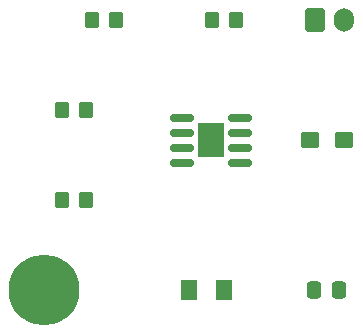
<source format=gbr>
%TF.GenerationSoftware,KiCad,Pcbnew,7.0.8*%
%TF.CreationDate,2023-10-16T16:24:13-07:00*%
%TF.ProjectId,KiCad_Lab2_ConnorRoane,4b694361-645f-44c6-9162-325f436f6e6e,rev?*%
%TF.SameCoordinates,Original*%
%TF.FileFunction,Soldermask,Top*%
%TF.FilePolarity,Negative*%
%FSLAX46Y46*%
G04 Gerber Fmt 4.6, Leading zero omitted, Abs format (unit mm)*
G04 Created by KiCad (PCBNEW 7.0.8) date 2023-10-16 16:24:13*
%MOMM*%
%LPD*%
G01*
G04 APERTURE LIST*
G04 Aperture macros list*
%AMRoundRect*
0 Rectangle with rounded corners*
0 $1 Rounding radius*
0 $2 $3 $4 $5 $6 $7 $8 $9 X,Y pos of 4 corners*
0 Add a 4 corners polygon primitive as box body*
4,1,4,$2,$3,$4,$5,$6,$7,$8,$9,$2,$3,0*
0 Add four circle primitives for the rounded corners*
1,1,$1+$1,$2,$3*
1,1,$1+$1,$4,$5*
1,1,$1+$1,$6,$7*
1,1,$1+$1,$8,$9*
0 Add four rect primitives between the rounded corners*
20,1,$1+$1,$2,$3,$4,$5,0*
20,1,$1+$1,$4,$5,$6,$7,0*
20,1,$1+$1,$6,$7,$8,$9,0*
20,1,$1+$1,$8,$9,$2,$3,0*%
G04 Aperture macros list end*
%ADD10C,6.000000*%
%ADD11RoundRect,0.150000X-0.825000X-0.150000X0.825000X-0.150000X0.825000X0.150000X-0.825000X0.150000X0*%
%ADD12R,2.290000X3.000000*%
%ADD13RoundRect,0.250000X-0.350000X-0.450000X0.350000X-0.450000X0.350000X0.450000X-0.350000X0.450000X0*%
%ADD14RoundRect,0.250000X-0.600000X-0.750000X0.600000X-0.750000X0.600000X0.750000X-0.600000X0.750000X0*%
%ADD15O,1.700000X2.000000*%
%ADD16RoundRect,0.250001X-0.462499X-0.624999X0.462499X-0.624999X0.462499X0.624999X-0.462499X0.624999X0*%
%ADD17RoundRect,0.250000X-0.337500X-0.475000X0.337500X-0.475000X0.337500X0.475000X-0.337500X0.475000X0*%
%ADD18RoundRect,0.250000X-0.537500X-0.425000X0.537500X-0.425000X0.537500X0.425000X-0.537500X0.425000X0*%
G04 APERTURE END LIST*
D10*
%TO.C,REF\u002A\u002A*%
X88900000Y-88900000D03*
%TD*%
D11*
%TO.C,U1*%
X100552500Y-74355000D03*
X100552500Y-75625000D03*
X100552500Y-76895000D03*
X100552500Y-78165000D03*
X105502500Y-78165000D03*
X105502500Y-76895000D03*
X105502500Y-75625000D03*
X105502500Y-74355000D03*
D12*
X103027500Y-76260000D03*
%TD*%
D13*
%TO.C,R4*%
X90440000Y-81280000D03*
X92440000Y-81280000D03*
%TD*%
%TO.C,R3*%
X90440000Y-73660000D03*
X92440000Y-73660000D03*
%TD*%
%TO.C,R2*%
X94980000Y-66040000D03*
X92980000Y-66040000D03*
%TD*%
%TO.C,R1*%
X103140000Y-66040000D03*
X105140000Y-66040000D03*
%TD*%
D14*
%TO.C,J1*%
X111800000Y-66040000D03*
D15*
X114300000Y-66040000D03*
%TD*%
D16*
%TO.C,D2*%
X101165000Y-88900000D03*
X104140000Y-88900000D03*
%TD*%
D17*
%TO.C,C2*%
X111760000Y-88900000D03*
X113835000Y-88900000D03*
%TD*%
D18*
%TO.C,C1*%
X114300000Y-76200000D03*
X111425000Y-76200000D03*
%TD*%
M02*

</source>
